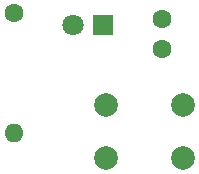
<source format=gts>
G04 #@! TF.GenerationSoftware,KiCad,Pcbnew,(6.0.9-0)*
G04 #@! TF.CreationDate,2022-12-03T16:28:07+09:00*
G04 #@! TF.ProjectId,LEDchika,4c454463-6869-46b6-912e-6b696361645f,rev?*
G04 #@! TF.SameCoordinates,Original*
G04 #@! TF.FileFunction,Soldermask,Top*
G04 #@! TF.FilePolarity,Negative*
%FSLAX46Y46*%
G04 Gerber Fmt 4.6, Leading zero omitted, Abs format (unit mm)*
G04 Created by KiCad (PCBNEW (6.0.9-0)) date 2022-12-03 16:28:07*
%MOMM*%
%LPD*%
G01*
G04 APERTURE LIST*
%ADD10C,1.600000*%
%ADD11O,1.600000X1.600000*%
%ADD12R,1.800000X1.800000*%
%ADD13C,1.800000*%
%ADD14C,2.000000*%
G04 APERTURE END LIST*
D10*
X155000000Y-117000000D03*
X155000000Y-114500000D03*
X142500000Y-114000000D03*
D11*
X142500000Y-124160000D03*
D12*
X150000000Y-115000000D03*
D13*
X147460000Y-115000000D03*
D14*
X156750000Y-126250000D03*
X150250000Y-126250000D03*
X150250000Y-121750000D03*
X156750000Y-121750000D03*
M02*

</source>
